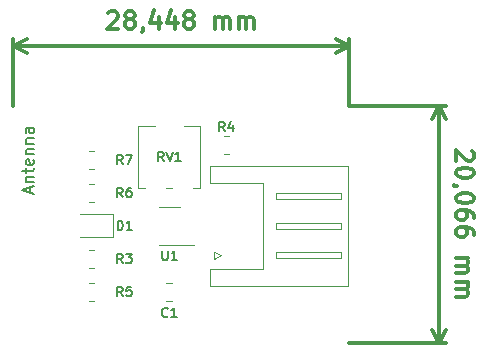
<source format=gbr>
%TF.GenerationSoftware,KiCad,Pcbnew,5.0.2+dfsg1-1*%
%TF.CreationDate,2021-04-27T11:46:40+02:00*%
%TF.ProjectId,eTprox,65547072-6f78-42e6-9b69-6361645f7063,v02*%
%TF.SameCoordinates,Original*%
%TF.FileFunction,Legend,Top*%
%TF.FilePolarity,Positive*%
%FSLAX46Y46*%
G04 Gerber Fmt 4.6, Leading zero omitted, Abs format (unit mm)*
G04 Created by KiCad (PCBNEW 5.0.2+dfsg1-1) date mar. 27 avril 2021 11:46:40 CEST*
%MOMM*%
%LPD*%
G01*
G04 APERTURE LIST*
%ADD10C,0.300000*%
%ADD11C,0.120000*%
%ADD12C,0.150000*%
G04 APERTURE END LIST*
D10*
X68801714Y-49981428D02*
X68873142Y-49910000D01*
X69016000Y-49838571D01*
X69373142Y-49838571D01*
X69516000Y-49910000D01*
X69587428Y-49981428D01*
X69658857Y-50124285D01*
X69658857Y-50267142D01*
X69587428Y-50481428D01*
X68730285Y-51338571D01*
X69658857Y-51338571D01*
X70516000Y-50481428D02*
X70373142Y-50410000D01*
X70301714Y-50338571D01*
X70230285Y-50195714D01*
X70230285Y-50124285D01*
X70301714Y-49981428D01*
X70373142Y-49910000D01*
X70516000Y-49838571D01*
X70801714Y-49838571D01*
X70944571Y-49910000D01*
X71016000Y-49981428D01*
X71087428Y-50124285D01*
X71087428Y-50195714D01*
X71016000Y-50338571D01*
X70944571Y-50410000D01*
X70801714Y-50481428D01*
X70516000Y-50481428D01*
X70373142Y-50552857D01*
X70301714Y-50624285D01*
X70230285Y-50767142D01*
X70230285Y-51052857D01*
X70301714Y-51195714D01*
X70373142Y-51267142D01*
X70516000Y-51338571D01*
X70801714Y-51338571D01*
X70944571Y-51267142D01*
X71016000Y-51195714D01*
X71087428Y-51052857D01*
X71087428Y-50767142D01*
X71016000Y-50624285D01*
X70944571Y-50552857D01*
X70801714Y-50481428D01*
X71801714Y-51267142D02*
X71801714Y-51338571D01*
X71730285Y-51481428D01*
X71658857Y-51552857D01*
X73087428Y-50338571D02*
X73087428Y-51338571D01*
X72730285Y-49767142D02*
X72373142Y-50838571D01*
X73301714Y-50838571D01*
X74516000Y-50338571D02*
X74516000Y-51338571D01*
X74158857Y-49767142D02*
X73801714Y-50838571D01*
X74730285Y-50838571D01*
X75516000Y-50481428D02*
X75373142Y-50410000D01*
X75301714Y-50338571D01*
X75230285Y-50195714D01*
X75230285Y-50124285D01*
X75301714Y-49981428D01*
X75373142Y-49910000D01*
X75516000Y-49838571D01*
X75801714Y-49838571D01*
X75944571Y-49910000D01*
X76016000Y-49981428D01*
X76087428Y-50124285D01*
X76087428Y-50195714D01*
X76016000Y-50338571D01*
X75944571Y-50410000D01*
X75801714Y-50481428D01*
X75516000Y-50481428D01*
X75373142Y-50552857D01*
X75301714Y-50624285D01*
X75230285Y-50767142D01*
X75230285Y-51052857D01*
X75301714Y-51195714D01*
X75373142Y-51267142D01*
X75516000Y-51338571D01*
X75801714Y-51338571D01*
X75944571Y-51267142D01*
X76016000Y-51195714D01*
X76087428Y-51052857D01*
X76087428Y-50767142D01*
X76016000Y-50624285D01*
X75944571Y-50552857D01*
X75801714Y-50481428D01*
X77873142Y-51338571D02*
X77873142Y-50338571D01*
X77873142Y-50481428D02*
X77944571Y-50410000D01*
X78087428Y-50338571D01*
X78301714Y-50338571D01*
X78444571Y-50410000D01*
X78516000Y-50552857D01*
X78516000Y-51338571D01*
X78516000Y-50552857D02*
X78587428Y-50410000D01*
X78730285Y-50338571D01*
X78944571Y-50338571D01*
X79087428Y-50410000D01*
X79158857Y-50552857D01*
X79158857Y-51338571D01*
X79873142Y-51338571D02*
X79873142Y-50338571D01*
X79873142Y-50481428D02*
X79944571Y-50410000D01*
X80087428Y-50338571D01*
X80301714Y-50338571D01*
X80444571Y-50410000D01*
X80516000Y-50552857D01*
X80516000Y-51338571D01*
X80516000Y-50552857D02*
X80587428Y-50410000D01*
X80730285Y-50338571D01*
X80944571Y-50338571D01*
X81087428Y-50410000D01*
X81158857Y-50552857D01*
X81158857Y-51338571D01*
X60792000Y-52760000D02*
X89240000Y-52760000D01*
X60792000Y-57840000D02*
X60792000Y-52173579D01*
X89240000Y-57840000D02*
X89240000Y-52173579D01*
X89240000Y-52760000D02*
X88113496Y-53346421D01*
X89240000Y-52760000D02*
X88113496Y-52173579D01*
X60792000Y-52760000D02*
X61918504Y-53346421D01*
X60792000Y-52760000D02*
X61918504Y-52173579D01*
X99638571Y-61658714D02*
X99710000Y-61730142D01*
X99781428Y-61873000D01*
X99781428Y-62230142D01*
X99710000Y-62373000D01*
X99638571Y-62444428D01*
X99495714Y-62515857D01*
X99352857Y-62515857D01*
X99138571Y-62444428D01*
X98281428Y-61587285D01*
X98281428Y-62515857D01*
X99781428Y-63444428D02*
X99781428Y-63587285D01*
X99710000Y-63730142D01*
X99638571Y-63801571D01*
X99495714Y-63873000D01*
X99210000Y-63944428D01*
X98852857Y-63944428D01*
X98567142Y-63873000D01*
X98424285Y-63801571D01*
X98352857Y-63730142D01*
X98281428Y-63587285D01*
X98281428Y-63444428D01*
X98352857Y-63301571D01*
X98424285Y-63230142D01*
X98567142Y-63158714D01*
X98852857Y-63087285D01*
X99210000Y-63087285D01*
X99495714Y-63158714D01*
X99638571Y-63230142D01*
X99710000Y-63301571D01*
X99781428Y-63444428D01*
X98352857Y-64658714D02*
X98281428Y-64658714D01*
X98138571Y-64587285D01*
X98067142Y-64515857D01*
X99781428Y-65587285D02*
X99781428Y-65730142D01*
X99710000Y-65873000D01*
X99638571Y-65944428D01*
X99495714Y-66015857D01*
X99210000Y-66087285D01*
X98852857Y-66087285D01*
X98567142Y-66015857D01*
X98424285Y-65944428D01*
X98352857Y-65873000D01*
X98281428Y-65730142D01*
X98281428Y-65587285D01*
X98352857Y-65444428D01*
X98424285Y-65373000D01*
X98567142Y-65301571D01*
X98852857Y-65230142D01*
X99210000Y-65230142D01*
X99495714Y-65301571D01*
X99638571Y-65373000D01*
X99710000Y-65444428D01*
X99781428Y-65587285D01*
X99781428Y-67373000D02*
X99781428Y-67087285D01*
X99710000Y-66944428D01*
X99638571Y-66873000D01*
X99424285Y-66730142D01*
X99138571Y-66658714D01*
X98567142Y-66658714D01*
X98424285Y-66730142D01*
X98352857Y-66801571D01*
X98281428Y-66944428D01*
X98281428Y-67230142D01*
X98352857Y-67373000D01*
X98424285Y-67444428D01*
X98567142Y-67515857D01*
X98924285Y-67515857D01*
X99067142Y-67444428D01*
X99138571Y-67373000D01*
X99210000Y-67230142D01*
X99210000Y-66944428D01*
X99138571Y-66801571D01*
X99067142Y-66730142D01*
X98924285Y-66658714D01*
X99781428Y-68801571D02*
X99781428Y-68515857D01*
X99710000Y-68373000D01*
X99638571Y-68301571D01*
X99424285Y-68158714D01*
X99138571Y-68087285D01*
X98567142Y-68087285D01*
X98424285Y-68158714D01*
X98352857Y-68230142D01*
X98281428Y-68373000D01*
X98281428Y-68658714D01*
X98352857Y-68801571D01*
X98424285Y-68873000D01*
X98567142Y-68944428D01*
X98924285Y-68944428D01*
X99067142Y-68873000D01*
X99138571Y-68801571D01*
X99210000Y-68658714D01*
X99210000Y-68373000D01*
X99138571Y-68230142D01*
X99067142Y-68158714D01*
X98924285Y-68087285D01*
X98281428Y-70730142D02*
X99281428Y-70730142D01*
X99138571Y-70730142D02*
X99210000Y-70801571D01*
X99281428Y-70944428D01*
X99281428Y-71158714D01*
X99210000Y-71301571D01*
X99067142Y-71373000D01*
X98281428Y-71373000D01*
X99067142Y-71373000D02*
X99210000Y-71444428D01*
X99281428Y-71587285D01*
X99281428Y-71801571D01*
X99210000Y-71944428D01*
X99067142Y-72015857D01*
X98281428Y-72015857D01*
X98281428Y-72730142D02*
X99281428Y-72730142D01*
X99138571Y-72730142D02*
X99210000Y-72801571D01*
X99281428Y-72944428D01*
X99281428Y-73158714D01*
X99210000Y-73301571D01*
X99067142Y-73373000D01*
X98281428Y-73373000D01*
X99067142Y-73373000D02*
X99210000Y-73444428D01*
X99281428Y-73587285D01*
X99281428Y-73801571D01*
X99210000Y-73944428D01*
X99067142Y-74015857D01*
X98281428Y-74015857D01*
X96860000Y-57840000D02*
X96860000Y-77906000D01*
X89240000Y-57840000D02*
X97446421Y-57840000D01*
X89240000Y-77906000D02*
X97446421Y-77906000D01*
X96860000Y-77906000D02*
X96273579Y-76779496D01*
X96860000Y-77906000D02*
X97446421Y-76779496D01*
X96860000Y-57840000D02*
X96273579Y-58966504D01*
X96860000Y-57840000D02*
X97446421Y-58966504D01*
D11*
%TO.C,J2*%
X89152000Y-68000000D02*
X89152000Y-73060000D01*
X89152000Y-73060000D02*
X77432000Y-73060000D01*
X77432000Y-73060000D02*
X77432000Y-71640000D01*
X77432000Y-71640000D02*
X81932000Y-71640000D01*
X81932000Y-71640000D02*
X81932000Y-68000000D01*
X89152000Y-68000000D02*
X89152000Y-62940000D01*
X89152000Y-62940000D02*
X77432000Y-62940000D01*
X77432000Y-62940000D02*
X77432000Y-64360000D01*
X77432000Y-64360000D02*
X81932000Y-64360000D01*
X81932000Y-64360000D02*
X81932000Y-68000000D01*
X83042000Y-70750000D02*
X88542000Y-70750000D01*
X88542000Y-70750000D02*
X88542000Y-70250000D01*
X88542000Y-70250000D02*
X83042000Y-70250000D01*
X83042000Y-70250000D02*
X83042000Y-70750000D01*
X83042000Y-68250000D02*
X88542000Y-68250000D01*
X88542000Y-68250000D02*
X88542000Y-67750000D01*
X88542000Y-67750000D02*
X83042000Y-67750000D01*
X83042000Y-67750000D02*
X83042000Y-68250000D01*
X83042000Y-65750000D02*
X88542000Y-65750000D01*
X88542000Y-65750000D02*
X88542000Y-65250000D01*
X88542000Y-65250000D02*
X83042000Y-65250000D01*
X83042000Y-65250000D02*
X83042000Y-65750000D01*
X78342000Y-70500000D02*
X77742000Y-70800000D01*
X77742000Y-70800000D02*
X77742000Y-70200000D01*
X77742000Y-70200000D02*
X78342000Y-70500000D01*
%TO.C,RV1*%
X76620000Y-59538000D02*
X76620000Y-64778000D01*
X71380000Y-59538000D02*
X71380000Y-64778000D01*
X76620000Y-59538000D02*
X75240000Y-59538000D01*
X72760000Y-59538000D02*
X71380000Y-59538000D01*
X76620000Y-64778000D02*
X76039000Y-64778000D01*
X74260000Y-64778000D02*
X73740000Y-64778000D01*
X71960000Y-64778000D02*
X71380000Y-64778000D01*
%TO.C,U1*%
X74900000Y-66390000D02*
X73100000Y-66390000D01*
X73100000Y-69610000D02*
X76050000Y-69610000D01*
%TO.C,D1*%
X66405000Y-68960000D02*
X69265000Y-68960000D01*
X69265000Y-68960000D02*
X69265000Y-67040000D01*
X69265000Y-67040000D02*
X66405000Y-67040000D01*
%TO.C,C1*%
X73738748Y-72853000D02*
X74261252Y-72853000D01*
X73738748Y-74323000D02*
X74261252Y-74323000D01*
%TO.C,R7*%
X67168936Y-61677000D02*
X67623064Y-61677000D01*
X67168936Y-63147000D02*
X67623064Y-63147000D01*
%TO.C,R6*%
X67152936Y-65941000D02*
X67607064Y-65941000D01*
X67152936Y-64471000D02*
X67607064Y-64471000D01*
%TO.C,R5*%
X67168936Y-72853000D02*
X67623064Y-72853000D01*
X67168936Y-74323000D02*
X67623064Y-74323000D01*
%TO.C,R4*%
X78598936Y-61877000D02*
X79053064Y-61877000D01*
X78598936Y-60407000D02*
X79053064Y-60407000D01*
%TO.C,R3*%
X67168936Y-70059000D02*
X67623064Y-70059000D01*
X67168936Y-71529000D02*
X67623064Y-71529000D01*
%TO.C,Antenna*%
D12*
X62228666Y-65173904D02*
X62228666Y-64697714D01*
X62514380Y-65269142D02*
X61514380Y-64935809D01*
X62514380Y-64602476D01*
X61847714Y-64269142D02*
X62514380Y-64269142D01*
X61942952Y-64269142D02*
X61895333Y-64221523D01*
X61847714Y-64126285D01*
X61847714Y-63983428D01*
X61895333Y-63888190D01*
X61990571Y-63840571D01*
X62514380Y-63840571D01*
X61847714Y-63507238D02*
X61847714Y-63126285D01*
X61514380Y-63364380D02*
X62371523Y-63364380D01*
X62466761Y-63316761D01*
X62514380Y-63221523D01*
X62514380Y-63126285D01*
X62466761Y-62412000D02*
X62514380Y-62507238D01*
X62514380Y-62697714D01*
X62466761Y-62792952D01*
X62371523Y-62840571D01*
X61990571Y-62840571D01*
X61895333Y-62792952D01*
X61847714Y-62697714D01*
X61847714Y-62507238D01*
X61895333Y-62412000D01*
X61990571Y-62364380D01*
X62085809Y-62364380D01*
X62181047Y-62840571D01*
X61847714Y-61935809D02*
X62514380Y-61935809D01*
X61942952Y-61935809D02*
X61895333Y-61888190D01*
X61847714Y-61792952D01*
X61847714Y-61650095D01*
X61895333Y-61554857D01*
X61990571Y-61507238D01*
X62514380Y-61507238D01*
X61847714Y-61031047D02*
X62514380Y-61031047D01*
X61942952Y-61031047D02*
X61895333Y-60983428D01*
X61847714Y-60888190D01*
X61847714Y-60745333D01*
X61895333Y-60650095D01*
X61990571Y-60602476D01*
X62514380Y-60602476D01*
X62514380Y-59697714D02*
X61990571Y-59697714D01*
X61895333Y-59745333D01*
X61847714Y-59840571D01*
X61847714Y-60031047D01*
X61895333Y-60126285D01*
X62466761Y-59697714D02*
X62514380Y-59792952D01*
X62514380Y-60031047D01*
X62466761Y-60126285D01*
X62371523Y-60173904D01*
X62276285Y-60173904D01*
X62181047Y-60126285D01*
X62133428Y-60031047D01*
X62133428Y-59792952D01*
X62085809Y-59697714D01*
%TO.C,RV1*%
X73523809Y-62519904D02*
X73257142Y-62138952D01*
X73066666Y-62519904D02*
X73066666Y-61719904D01*
X73371428Y-61719904D01*
X73447619Y-61758000D01*
X73485714Y-61796095D01*
X73523809Y-61872285D01*
X73523809Y-61986571D01*
X73485714Y-62062761D01*
X73447619Y-62100857D01*
X73371428Y-62138952D01*
X73066666Y-62138952D01*
X73752380Y-61719904D02*
X74019047Y-62519904D01*
X74285714Y-61719904D01*
X74971428Y-62519904D02*
X74514285Y-62519904D01*
X74742857Y-62519904D02*
X74742857Y-61719904D01*
X74666666Y-61834190D01*
X74590476Y-61910380D01*
X74514285Y-61948476D01*
%TO.C,U1*%
X73390476Y-70101904D02*
X73390476Y-70749523D01*
X73428571Y-70825714D01*
X73466666Y-70863809D01*
X73542857Y-70901904D01*
X73695238Y-70901904D01*
X73771428Y-70863809D01*
X73809523Y-70825714D01*
X73847619Y-70749523D01*
X73847619Y-70101904D01*
X74647619Y-70901904D02*
X74190476Y-70901904D01*
X74419047Y-70901904D02*
X74419047Y-70101904D01*
X74342857Y-70216190D01*
X74266666Y-70292380D01*
X74190476Y-70330476D01*
%TO.C,D1*%
X69608523Y-68361904D02*
X69608523Y-67561904D01*
X69799000Y-67561904D01*
X69913285Y-67600000D01*
X69989476Y-67676190D01*
X70027571Y-67752380D01*
X70065666Y-67904761D01*
X70065666Y-68019047D01*
X70027571Y-68171428D01*
X69989476Y-68247619D01*
X69913285Y-68323809D01*
X69799000Y-68361904D01*
X69608523Y-68361904D01*
X70827571Y-68361904D02*
X70370428Y-68361904D01*
X70599000Y-68361904D02*
X70599000Y-67561904D01*
X70522809Y-67676190D01*
X70446619Y-67752380D01*
X70370428Y-67790476D01*
%TO.C,C1*%
X73866666Y-75651714D02*
X73828571Y-75689809D01*
X73714285Y-75727904D01*
X73638095Y-75727904D01*
X73523809Y-75689809D01*
X73447619Y-75613619D01*
X73409523Y-75537428D01*
X73371428Y-75385047D01*
X73371428Y-75270761D01*
X73409523Y-75118380D01*
X73447619Y-75042190D01*
X73523809Y-74966000D01*
X73638095Y-74927904D01*
X73714285Y-74927904D01*
X73828571Y-74966000D01*
X73866666Y-75004095D01*
X74628571Y-75727904D02*
X74171428Y-75727904D01*
X74400000Y-75727904D02*
X74400000Y-74927904D01*
X74323809Y-75042190D01*
X74247619Y-75118380D01*
X74171428Y-75156476D01*
%TO.C,R7*%
X70056666Y-62793904D02*
X69790000Y-62412952D01*
X69599523Y-62793904D02*
X69599523Y-61993904D01*
X69904285Y-61993904D01*
X69980476Y-62032000D01*
X70018571Y-62070095D01*
X70056666Y-62146285D01*
X70056666Y-62260571D01*
X70018571Y-62336761D01*
X69980476Y-62374857D01*
X69904285Y-62412952D01*
X69599523Y-62412952D01*
X70323333Y-61993904D02*
X70856666Y-61993904D01*
X70513809Y-62793904D01*
%TO.C,R6*%
X70040666Y-65567904D02*
X69774000Y-65186952D01*
X69583523Y-65567904D02*
X69583523Y-64767904D01*
X69888285Y-64767904D01*
X69964476Y-64806000D01*
X70002571Y-64844095D01*
X70040666Y-64920285D01*
X70040666Y-65034571D01*
X70002571Y-65110761D01*
X69964476Y-65148857D01*
X69888285Y-65186952D01*
X69583523Y-65186952D01*
X70726380Y-64767904D02*
X70574000Y-64767904D01*
X70497809Y-64806000D01*
X70459714Y-64844095D01*
X70383523Y-64958380D01*
X70345428Y-65110761D01*
X70345428Y-65415523D01*
X70383523Y-65491714D01*
X70421619Y-65529809D01*
X70497809Y-65567904D01*
X70650190Y-65567904D01*
X70726380Y-65529809D01*
X70764476Y-65491714D01*
X70802571Y-65415523D01*
X70802571Y-65225047D01*
X70764476Y-65148857D01*
X70726380Y-65110761D01*
X70650190Y-65072666D01*
X70497809Y-65072666D01*
X70421619Y-65110761D01*
X70383523Y-65148857D01*
X70345428Y-65225047D01*
%TO.C,R5*%
X70056666Y-73949904D02*
X69790000Y-73568952D01*
X69599523Y-73949904D02*
X69599523Y-73149904D01*
X69904285Y-73149904D01*
X69980476Y-73188000D01*
X70018571Y-73226095D01*
X70056666Y-73302285D01*
X70056666Y-73416571D01*
X70018571Y-73492761D01*
X69980476Y-73530857D01*
X69904285Y-73568952D01*
X69599523Y-73568952D01*
X70780476Y-73149904D02*
X70399523Y-73149904D01*
X70361428Y-73530857D01*
X70399523Y-73492761D01*
X70475714Y-73454666D01*
X70666190Y-73454666D01*
X70742380Y-73492761D01*
X70780476Y-73530857D01*
X70818571Y-73607047D01*
X70818571Y-73797523D01*
X70780476Y-73873714D01*
X70742380Y-73911809D01*
X70666190Y-73949904D01*
X70475714Y-73949904D01*
X70399523Y-73911809D01*
X70361428Y-73873714D01*
%TO.C,R4*%
X78692666Y-59979904D02*
X78426000Y-59598952D01*
X78235523Y-59979904D02*
X78235523Y-59179904D01*
X78540285Y-59179904D01*
X78616476Y-59218000D01*
X78654571Y-59256095D01*
X78692666Y-59332285D01*
X78692666Y-59446571D01*
X78654571Y-59522761D01*
X78616476Y-59560857D01*
X78540285Y-59598952D01*
X78235523Y-59598952D01*
X79378380Y-59446571D02*
X79378380Y-59979904D01*
X79187904Y-59141809D02*
X78997428Y-59713238D01*
X79492666Y-59713238D01*
%TO.C,R3*%
X70056666Y-71155904D02*
X69790000Y-70774952D01*
X69599523Y-71155904D02*
X69599523Y-70355904D01*
X69904285Y-70355904D01*
X69980476Y-70394000D01*
X70018571Y-70432095D01*
X70056666Y-70508285D01*
X70056666Y-70622571D01*
X70018571Y-70698761D01*
X69980476Y-70736857D01*
X69904285Y-70774952D01*
X69599523Y-70774952D01*
X70323333Y-70355904D02*
X70818571Y-70355904D01*
X70551904Y-70660666D01*
X70666190Y-70660666D01*
X70742380Y-70698761D01*
X70780476Y-70736857D01*
X70818571Y-70813047D01*
X70818571Y-71003523D01*
X70780476Y-71079714D01*
X70742380Y-71117809D01*
X70666190Y-71155904D01*
X70437619Y-71155904D01*
X70361428Y-71117809D01*
X70323333Y-71079714D01*
%TD*%
M02*

</source>
